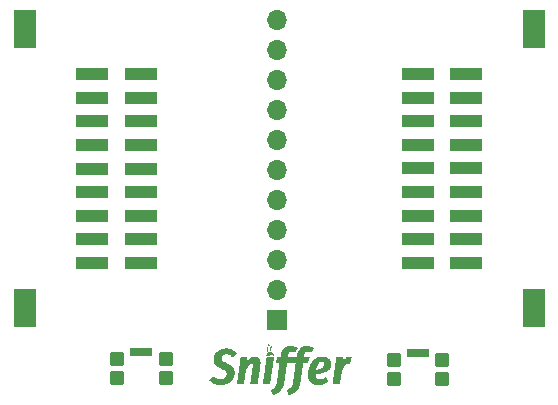
<source format=gbr>
%TF.GenerationSoftware,KiCad,Pcbnew,7.0.2*%
%TF.CreationDate,2023-12-17T17:40:20-05:00*%
%TF.ProjectId,AntSniffer,416e7453-6e69-4666-9665-722e6b696361,rev?*%
%TF.SameCoordinates,Original*%
%TF.FileFunction,Soldermask,Top*%
%TF.FilePolarity,Negative*%
%FSLAX46Y46*%
G04 Gerber Fmt 4.6, Leading zero omitted, Abs format (unit mm)*
G04 Created by KiCad (PCBNEW 7.0.2) date 2023-12-17 17:40:20*
%MOMM*%
%LPD*%
G01*
G04 APERTURE LIST*
G04 Aperture macros list*
%AMRoundRect*
0 Rectangle with rounded corners*
0 $1 Rounding radius*
0 $2 $3 $4 $5 $6 $7 $8 $9 X,Y pos of 4 corners*
0 Add a 4 corners polygon primitive as box body*
4,1,4,$2,$3,$4,$5,$6,$7,$8,$9,$2,$3,0*
0 Add four circle primitives for the rounded corners*
1,1,$1+$1,$2,$3*
1,1,$1+$1,$4,$5*
1,1,$1+$1,$6,$7*
1,1,$1+$1,$8,$9*
0 Add four rect primitives between the rounded corners*
20,1,$1+$1,$2,$3,$4,$5,0*
20,1,$1+$1,$4,$5,$6,$7,0*
20,1,$1+$1,$6,$7,$8,$9,0*
20,1,$1+$1,$8,$9,$2,$3,0*%
G04 Aperture macros list end*
%ADD10R,2.800000X1.100000*%
%ADD11R,1.900000X3.200000*%
%ADD12RoundRect,0.102000X-0.450000X-0.500000X0.450000X-0.500000X0.450000X0.500000X-0.450000X0.500000X0*%
%ADD13RoundRect,0.102000X-0.850000X-0.275000X0.850000X-0.275000X0.850000X0.275000X-0.850000X0.275000X0*%
%ADD14R,1.700000X1.700000*%
%ADD15O,1.700000X1.700000*%
G04 APERTURE END LIST*
%TO.C,G\u002A\u002A\u002A*%
G36*
X167691022Y-69566685D02*
G01*
X167747743Y-69566930D01*
X167799592Y-69567317D01*
X167845432Y-69567829D01*
X167884129Y-69568451D01*
X167914547Y-69569168D01*
X167935550Y-69569961D01*
X167945999Y-69570817D01*
X167946961Y-69571138D01*
X167946385Y-69577500D01*
X167944211Y-69595260D01*
X167940516Y-69623828D01*
X167935383Y-69662618D01*
X167928893Y-69711044D01*
X167921121Y-69768518D01*
X167912154Y-69834453D01*
X167902070Y-69908264D01*
X167890948Y-69989361D01*
X167878870Y-70077162D01*
X167865914Y-70171076D01*
X167852162Y-70270517D01*
X167837696Y-70374898D01*
X167822593Y-70483633D01*
X167806936Y-70596134D01*
X167791472Y-70707025D01*
X167633556Y-71838375D01*
X167317503Y-71839940D01*
X167247256Y-71840262D01*
X167188160Y-71840458D01*
X167139266Y-71840501D01*
X167099626Y-71840369D01*
X167068289Y-71840038D01*
X167044309Y-71839481D01*
X167026732Y-71838677D01*
X167014613Y-71837597D01*
X167007005Y-71836222D01*
X167002954Y-71834522D01*
X167001514Y-71832476D01*
X167001448Y-71831800D01*
X167002268Y-71825071D01*
X167004658Y-71807078D01*
X167008519Y-71778540D01*
X167013752Y-71740175D01*
X167020256Y-71692705D01*
X167027932Y-71636846D01*
X167036679Y-71573319D01*
X167046399Y-71502844D01*
X167056991Y-71426140D01*
X167068355Y-71343923D01*
X167080391Y-71256918D01*
X167092999Y-71165840D01*
X167106080Y-71071412D01*
X167119535Y-70974350D01*
X167133260Y-70875374D01*
X167147160Y-70775204D01*
X167161132Y-70674560D01*
X167175079Y-70574162D01*
X167188898Y-70474725D01*
X167202490Y-70376973D01*
X167215757Y-70281621D01*
X167228597Y-70189393D01*
X167240912Y-70101006D01*
X167252600Y-70017178D01*
X167263562Y-69938631D01*
X167273698Y-69866083D01*
X167282910Y-69800255D01*
X167291095Y-69741862D01*
X167298156Y-69691628D01*
X167303990Y-69650269D01*
X167308501Y-69618506D01*
X167311586Y-69597059D01*
X167313147Y-69586647D01*
X167313210Y-69586263D01*
X167316597Y-69566600D01*
X167630566Y-69566600D01*
X167691022Y-69566685D01*
G37*
G36*
X174357604Y-69507826D02*
G01*
X174361273Y-69507961D01*
X174399383Y-69510307D01*
X174437047Y-69514270D01*
X174471982Y-69519449D01*
X174501906Y-69525445D01*
X174524538Y-69531860D01*
X174537595Y-69538294D01*
X174538309Y-69538945D01*
X174537227Y-69545147D01*
X174532968Y-69561606D01*
X174525924Y-69587012D01*
X174516487Y-69620063D01*
X174505049Y-69659450D01*
X174492005Y-69703869D01*
X174477745Y-69752014D01*
X174462664Y-69802579D01*
X174447154Y-69854257D01*
X174431607Y-69905743D01*
X174416417Y-69955731D01*
X174401975Y-70002914D01*
X174388675Y-70045988D01*
X174376910Y-70083648D01*
X174367073Y-70114584D01*
X174359554Y-70137494D01*
X174354748Y-70151070D01*
X174353248Y-70154289D01*
X174345906Y-70154828D01*
X174329628Y-70153048D01*
X174307285Y-70149316D01*
X174294723Y-70146827D01*
X174231888Y-70137036D01*
X174173330Y-70134992D01*
X174118631Y-70141074D01*
X174067379Y-70155657D01*
X174019160Y-70179119D01*
X173973560Y-70211837D01*
X173930165Y-70254188D01*
X173888560Y-70306548D01*
X173848335Y-70369297D01*
X173809071Y-70442809D01*
X173770359Y-70527464D01*
X173731782Y-70623632D01*
X173711767Y-70677960D01*
X173680948Y-70763846D01*
X173608004Y-71297463D01*
X173597178Y-71376449D01*
X173586769Y-71452022D01*
X173576897Y-71523315D01*
X173567682Y-71589469D01*
X173559248Y-71649622D01*
X173551715Y-71702912D01*
X173545208Y-71748478D01*
X173539845Y-71785458D01*
X173535750Y-71812991D01*
X173533044Y-71830213D01*
X173531870Y-71836239D01*
X173525533Y-71837095D01*
X173508526Y-71837892D01*
X173482215Y-71838622D01*
X173447970Y-71839283D01*
X173407157Y-71839868D01*
X173361140Y-71840373D01*
X173311292Y-71840792D01*
X173258976Y-71841121D01*
X173205560Y-71841354D01*
X173152413Y-71841485D01*
X173100900Y-71841512D01*
X173052388Y-71841426D01*
X173008247Y-71841224D01*
X172969842Y-71840900D01*
X172938540Y-71840450D01*
X172915711Y-71839868D01*
X172902719Y-71839150D01*
X172900198Y-71838604D01*
X172901018Y-71832421D01*
X172903432Y-71814840D01*
X172907352Y-71786448D01*
X172912699Y-71747831D01*
X172919393Y-71699578D01*
X172927350Y-71642272D01*
X172936489Y-71576502D01*
X172946728Y-71502854D01*
X172957987Y-71421912D01*
X172970182Y-71334268D01*
X172983234Y-71240504D01*
X172997061Y-71141207D01*
X173011581Y-71036965D01*
X173026711Y-70928364D01*
X173042373Y-70815992D01*
X173057498Y-70707488D01*
X173073585Y-70592047D01*
X173089220Y-70479797D01*
X173104321Y-70371323D01*
X173118805Y-70267215D01*
X173132591Y-70168063D01*
X173145598Y-70074454D01*
X173157741Y-69986979D01*
X173168942Y-69906227D01*
X173179118Y-69832784D01*
X173188186Y-69767240D01*
X173196069Y-69710188D01*
X173202679Y-69662212D01*
X173207939Y-69623904D01*
X173211766Y-69595851D01*
X173214077Y-69578643D01*
X173214798Y-69572885D01*
X173220355Y-69571180D01*
X173237130Y-69569750D01*
X173265271Y-69568590D01*
X173304925Y-69567699D01*
X173356243Y-69567075D01*
X173419373Y-69566708D01*
X173487871Y-69566600D01*
X173760946Y-69566600D01*
X173756845Y-69764738D01*
X173752743Y-69962875D01*
X173779430Y-69913831D01*
X173833468Y-69823504D01*
X173891289Y-69744081D01*
X173952726Y-69675708D01*
X174017617Y-69618531D01*
X174085797Y-69572699D01*
X174157103Y-69538356D01*
X174223880Y-69517375D01*
X174248098Y-69512092D01*
X174270081Y-69508734D01*
X174293328Y-69507064D01*
X174321336Y-69506842D01*
X174357604Y-69507826D01*
G37*
G36*
X164031681Y-68809431D02*
G01*
X164153155Y-68824822D01*
X164268347Y-68850539D01*
X164377295Y-68886593D01*
X164480035Y-68933003D01*
X164576605Y-68989779D01*
X164667043Y-69056941D01*
X164751386Y-69134500D01*
X164751887Y-69135009D01*
X164804350Y-69188475D01*
X164633827Y-69361562D01*
X164463306Y-69534649D01*
X164418016Y-69495639D01*
X164344901Y-69438182D01*
X164270638Y-69390530D01*
X164196434Y-69353380D01*
X164127658Y-69328611D01*
X164060715Y-69313305D01*
X163989643Y-69304270D01*
X163918003Y-69301642D01*
X163849353Y-69305555D01*
X163788898Y-69315750D01*
X163727353Y-69335804D01*
X163671260Y-69364851D01*
X163621789Y-69401796D01*
X163580109Y-69445547D01*
X163547390Y-69495008D01*
X163524806Y-69549087D01*
X163519914Y-69567164D01*
X163510723Y-69628877D01*
X163512628Y-69687730D01*
X163525413Y-69742841D01*
X163548858Y-69793325D01*
X163582746Y-69838298D01*
X163588445Y-69844240D01*
X163615009Y-69868636D01*
X163646804Y-69893043D01*
X163684809Y-69918012D01*
X163730003Y-69944093D01*
X163783371Y-69971838D01*
X163845889Y-70001801D01*
X163918543Y-70034531D01*
X163955273Y-70050512D01*
X164038154Y-70087279D01*
X164110878Y-70121906D01*
X164175003Y-70155297D01*
X164232082Y-70188353D01*
X164283671Y-70221977D01*
X164331325Y-70257069D01*
X164376601Y-70294533D01*
X164377599Y-70295407D01*
X164438953Y-70355139D01*
X164490328Y-70418619D01*
X164532231Y-70486925D01*
X164565177Y-70561136D01*
X164589676Y-70642324D01*
X164606241Y-70731572D01*
X164612651Y-70790212D01*
X164615993Y-70898544D01*
X164608016Y-71005791D01*
X164589068Y-71110920D01*
X164559505Y-71212897D01*
X164519675Y-71310688D01*
X164469933Y-71403260D01*
X164410629Y-71489576D01*
X164350717Y-71559643D01*
X164269021Y-71637242D01*
X164179774Y-71705489D01*
X164083297Y-71764224D01*
X163979913Y-71813282D01*
X163869946Y-71852500D01*
X163753718Y-71881713D01*
X163693414Y-71892508D01*
X163666083Y-71896205D01*
X163631690Y-71900014D01*
X163593017Y-71903712D01*
X163552851Y-71907082D01*
X163513978Y-71909901D01*
X163479181Y-71911950D01*
X163451250Y-71913010D01*
X163434973Y-71912964D01*
X163422099Y-71912315D01*
X163400130Y-71911115D01*
X163372050Y-71909529D01*
X163340844Y-71907725D01*
X163338173Y-71907569D01*
X163211304Y-71894666D01*
X163090217Y-71871151D01*
X162974827Y-71837002D01*
X162865047Y-71792186D01*
X162760794Y-71736677D01*
X162708973Y-71703736D01*
X162666003Y-71673185D01*
X162621669Y-71638747D01*
X162578494Y-71602590D01*
X162539000Y-71566878D01*
X162505713Y-71533776D01*
X162488403Y-71514452D01*
X162461434Y-71482318D01*
X162567053Y-71380373D01*
X162602767Y-71345956D01*
X162641349Y-71308870D01*
X162680057Y-71271740D01*
X162716156Y-71237193D01*
X162746911Y-71207851D01*
X162752756Y-71202291D01*
X162832838Y-71126152D01*
X162878494Y-71168791D01*
X162958541Y-71236940D01*
X163040225Y-71293230D01*
X163124024Y-71337850D01*
X163210422Y-71370985D01*
X163299899Y-71392822D01*
X163392935Y-71403547D01*
X163483373Y-71403699D01*
X163554146Y-71397149D01*
X163617459Y-71384412D01*
X163676697Y-71364663D01*
X163715728Y-71347129D01*
X163775111Y-71311483D01*
X163825568Y-71267863D01*
X163866796Y-71216781D01*
X163898490Y-71158755D01*
X163920346Y-71094294D01*
X163932061Y-71023917D01*
X163934098Y-70977472D01*
X163930372Y-70922691D01*
X163919826Y-70868750D01*
X163903410Y-70819828D01*
X163893449Y-70798835D01*
X163872468Y-70766232D01*
X163844213Y-70733909D01*
X163808068Y-70701455D01*
X163763414Y-70668462D01*
X163709631Y-70634515D01*
X163646104Y-70599205D01*
X163572211Y-70562122D01*
X163487336Y-70522855D01*
X163459173Y-70510383D01*
X163349297Y-70459100D01*
X163251134Y-70406617D01*
X163164328Y-70352468D01*
X163088516Y-70296188D01*
X163023338Y-70237311D01*
X162968430Y-70175372D01*
X162923436Y-70109908D01*
X162887990Y-70040451D01*
X162861733Y-69966534D01*
X162844304Y-69887695D01*
X162835340Y-69803468D01*
X162834483Y-69713388D01*
X162834761Y-69705750D01*
X162844682Y-69602493D01*
X162865840Y-69502930D01*
X162897779Y-69407641D01*
X162940045Y-69317201D01*
X162992183Y-69232188D01*
X163053738Y-69153182D01*
X163124254Y-69080758D01*
X163203278Y-69015494D01*
X163290353Y-68957967D01*
X163385027Y-68908756D01*
X163486842Y-68868439D01*
X163496984Y-68865055D01*
X163593592Y-68837778D01*
X163692865Y-68818806D01*
X163797174Y-68807782D01*
X163903887Y-68804351D01*
X164031681Y-68809431D01*
G37*
G36*
X167537687Y-68469783D02*
G01*
X167553177Y-68474535D01*
X167565763Y-68485355D01*
X167577960Y-68501635D01*
X167586357Y-68522633D01*
X167588254Y-68548222D01*
X167583792Y-68573039D01*
X167575665Y-68588831D01*
X167554205Y-68608624D01*
X167529257Y-68619708D01*
X167506091Y-68620861D01*
X167494691Y-68620090D01*
X167485554Y-68623137D01*
X167477269Y-68631714D01*
X167468422Y-68647527D01*
X167457600Y-68672289D01*
X167451816Y-68686538D01*
X167436817Y-68725899D01*
X167426299Y-68759488D01*
X167419591Y-68791116D01*
X167416026Y-68824592D01*
X167414938Y-68863727D01*
X167415262Y-68895050D01*
X167416136Y-68930566D01*
X167417470Y-68957160D01*
X167419743Y-68978011D01*
X167423439Y-68996299D01*
X167429037Y-69015200D01*
X167436777Y-69037225D01*
X167449616Y-69070862D01*
X167462142Y-69100645D01*
X167473491Y-69124765D01*
X167482806Y-69141417D01*
X167489221Y-69148797D01*
X167490088Y-69149002D01*
X167497768Y-69147134D01*
X167513298Y-69142422D01*
X167530250Y-69136902D01*
X167551569Y-69130483D01*
X167570056Y-69126145D01*
X167579504Y-69124950D01*
X167584749Y-69124519D01*
X167588509Y-69122009D01*
X167591123Y-69115609D01*
X167592933Y-69103500D01*
X167594276Y-69083865D01*
X167595494Y-69054890D01*
X167596182Y-69035713D01*
X167597602Y-69001856D01*
X167599331Y-68970310D01*
X167601182Y-68944017D01*
X167602960Y-68925918D01*
X167603495Y-68922275D01*
X167607848Y-68904739D01*
X167615619Y-68880199D01*
X167625530Y-68852092D01*
X167636297Y-68823857D01*
X167646639Y-68798930D01*
X167655274Y-68780751D01*
X167657997Y-68776087D01*
X167663108Y-68765414D01*
X167661846Y-68754705D01*
X167657061Y-68743989D01*
X167650568Y-68718397D01*
X167655947Y-68692125D01*
X167673017Y-68665929D01*
X167688853Y-68651483D01*
X167706822Y-68644305D01*
X167719204Y-68642352D01*
X167750034Y-68643957D01*
X167775246Y-68655070D01*
X167793574Y-68673915D01*
X167803755Y-68698708D01*
X167804523Y-68727670D01*
X167797536Y-68752583D01*
X167785462Y-68771735D01*
X167766916Y-68784113D01*
X167739557Y-68791169D01*
X167734022Y-68791924D01*
X167720325Y-68794023D01*
X167711160Y-68797851D01*
X167704061Y-68805927D01*
X167696559Y-68820771D01*
X167689304Y-68837575D01*
X167675794Y-68871107D01*
X167666004Y-68900651D01*
X167659225Y-68929696D01*
X167654754Y-68961731D01*
X167651878Y-69000246D01*
X167650608Y-69028359D01*
X167647238Y-69116293D01*
X167694906Y-69126054D01*
X167724915Y-69132259D01*
X167745778Y-69136876D01*
X167760214Y-69140687D01*
X167770944Y-69144485D01*
X167780683Y-69149058D01*
X167788484Y-69153204D01*
X167839703Y-69186598D01*
X167884470Y-69227138D01*
X167921651Y-69273179D01*
X167950109Y-69323080D01*
X167968710Y-69375198D01*
X167976194Y-69424768D01*
X167977873Y-69460725D01*
X167926088Y-69462462D01*
X167874302Y-69464197D01*
X167871201Y-69441287D01*
X167866248Y-69422827D01*
X167856972Y-69400672D01*
X167850303Y-69388125D01*
X167836940Y-69368717D01*
X167821141Y-69354066D01*
X167798632Y-69340345D01*
X167794574Y-69338213D01*
X167757817Y-69323217D01*
X167724009Y-69318746D01*
X167690352Y-69324679D01*
X167669931Y-69332777D01*
X167634629Y-69355424D01*
X167608124Y-69386378D01*
X167590440Y-69425607D01*
X167589834Y-69427628D01*
X167579223Y-69463734D01*
X167533848Y-69464206D01*
X167510553Y-69464570D01*
X167491338Y-69465091D01*
X167480003Y-69465664D01*
X167479398Y-69465727D01*
X167470319Y-69465991D01*
X167451585Y-69465998D01*
X167425640Y-69465765D01*
X167394925Y-69465306D01*
X167383355Y-69465092D01*
X167296385Y-69463409D01*
X167300432Y-69431817D01*
X167310625Y-69378420D01*
X167326398Y-69330787D01*
X167344305Y-69295746D01*
X167354886Y-69278155D01*
X167362181Y-69264411D01*
X167364448Y-69258234D01*
X167368848Y-69250222D01*
X167372011Y-69247619D01*
X167379680Y-69240999D01*
X167392912Y-69228150D01*
X167409015Y-69211693D01*
X167411102Y-69209505D01*
X167442629Y-69176375D01*
X167426227Y-69151998D01*
X167417654Y-69136400D01*
X167406897Y-69112662D01*
X167395417Y-69084186D01*
X167385982Y-69058223D01*
X167362141Y-68988825D01*
X167362397Y-68882950D01*
X167362582Y-68844270D01*
X167363134Y-68814992D01*
X167364376Y-68792424D01*
X167366631Y-68773863D01*
X167370219Y-68756620D01*
X167375464Y-68737992D01*
X167382268Y-68716575D01*
X167392955Y-68686234D01*
X167405163Y-68655608D01*
X167416933Y-68629479D01*
X167421943Y-68619771D01*
X167433333Y-68597288D01*
X167439253Y-68578913D01*
X167441199Y-68558861D01*
X167441136Y-68545678D01*
X167441182Y-68524140D01*
X167443531Y-68510196D01*
X167449638Y-68499374D01*
X167459849Y-68488309D01*
X167472519Y-68476983D01*
X167484520Y-68471117D01*
X167500733Y-68468961D01*
X167514735Y-68468728D01*
X167537687Y-68469783D01*
G37*
G36*
X166407457Y-69499740D02*
G01*
X166477212Y-69512925D01*
X166542266Y-69535246D01*
X166601625Y-69566509D01*
X166654291Y-69606521D01*
X166699266Y-69655087D01*
X166702300Y-69659066D01*
X166741924Y-69721455D01*
X166773236Y-69791493D01*
X166795829Y-69867670D01*
X166809293Y-69948474D01*
X166813221Y-70032395D01*
X166812076Y-70065725D01*
X166810817Y-70078845D01*
X166807941Y-70103205D01*
X166803545Y-70138069D01*
X166797733Y-70182702D01*
X166790604Y-70236365D01*
X166782257Y-70298324D01*
X166772797Y-70367842D01*
X166762321Y-70444182D01*
X166750928Y-70526607D01*
X166738723Y-70614379D01*
X166725804Y-70706767D01*
X166712273Y-70803031D01*
X166698228Y-70902435D01*
X166687230Y-70979930D01*
X166672990Y-71080112D01*
X166659224Y-71177007D01*
X166646029Y-71269942D01*
X166633498Y-71358238D01*
X166621731Y-71441221D01*
X166610820Y-71518214D01*
X166600861Y-71588544D01*
X166591951Y-71651532D01*
X166584185Y-71706504D01*
X166577660Y-71752785D01*
X166572469Y-71789697D01*
X166568710Y-71816566D01*
X166566475Y-71832715D01*
X166565848Y-71837518D01*
X166559985Y-71838258D01*
X166543139Y-71838953D01*
X166516424Y-71839588D01*
X166480960Y-71840149D01*
X166437863Y-71840623D01*
X166388250Y-71840996D01*
X166333237Y-71841255D01*
X166273941Y-71841384D01*
X166247551Y-71841400D01*
X165929252Y-71841400D01*
X165932771Y-71821737D01*
X165934776Y-71809223D01*
X165938285Y-71785804D01*
X165943176Y-71752366D01*
X165949324Y-71709796D01*
X165956605Y-71658978D01*
X165964894Y-71600803D01*
X165974069Y-71536155D01*
X165984006Y-71465920D01*
X165994579Y-71390987D01*
X166005666Y-71312242D01*
X166017143Y-71230571D01*
X166028883Y-71146862D01*
X166040767Y-71062000D01*
X166052668Y-70976873D01*
X166064460Y-70892368D01*
X166076023Y-70809372D01*
X166087231Y-70728770D01*
X166097960Y-70651451D01*
X166108088Y-70578302D01*
X166117488Y-70510206D01*
X166126038Y-70448054D01*
X166133612Y-70392728D01*
X166140090Y-70345119D01*
X166145345Y-70306112D01*
X166149252Y-70276594D01*
X166151690Y-70257452D01*
X166152500Y-70250162D01*
X166153263Y-70212637D01*
X166150288Y-70174811D01*
X166144111Y-70140026D01*
X166135266Y-70111620D01*
X166128065Y-70097744D01*
X166103710Y-70071420D01*
X166073649Y-70055278D01*
X166039009Y-70049510D01*
X166000919Y-70054314D01*
X165962228Y-70069017D01*
X165924531Y-70093096D01*
X165884593Y-70128619D01*
X165842706Y-70175197D01*
X165799162Y-70232438D01*
X165754251Y-70299956D01*
X165708269Y-70377361D01*
X165661504Y-70464265D01*
X165652985Y-70480970D01*
X165615133Y-70555775D01*
X165526114Y-71197075D01*
X165437096Y-71838375D01*
X165121198Y-71839940D01*
X165051275Y-71840270D01*
X164992490Y-71840490D01*
X164943878Y-71840571D01*
X164904477Y-71840485D01*
X164873324Y-71840205D01*
X164849456Y-71839699D01*
X164831910Y-71838940D01*
X164819722Y-71837900D01*
X164811929Y-71836551D01*
X164807571Y-71834862D01*
X164805682Y-71832809D01*
X164805298Y-71830588D01*
X164806118Y-71823741D01*
X164808510Y-71805633D01*
X164812374Y-71776979D01*
X164817611Y-71738503D01*
X164824119Y-71690924D01*
X164831801Y-71634959D01*
X164840553Y-71571334D01*
X164850280Y-71500766D01*
X164860877Y-71423974D01*
X164872247Y-71341679D01*
X164884289Y-71254603D01*
X164896904Y-71163464D01*
X164909991Y-71068984D01*
X164923451Y-70971881D01*
X164937182Y-70872876D01*
X164951086Y-70772689D01*
X164965061Y-70672041D01*
X164979010Y-70571655D01*
X164992831Y-70472244D01*
X165006422Y-70374532D01*
X165019688Y-70279239D01*
X165032527Y-70187085D01*
X165044836Y-70098790D01*
X165056516Y-70015075D01*
X165067471Y-69936660D01*
X165077597Y-69864265D01*
X165086796Y-69798609D01*
X165094967Y-69740414D01*
X165102010Y-69690399D01*
X165107826Y-69649283D01*
X165112314Y-69617789D01*
X165115373Y-69596635D01*
X165116905Y-69586540D01*
X165116954Y-69586263D01*
X165120447Y-69566600D01*
X165391415Y-69566600D01*
X165447477Y-69566655D01*
X165499733Y-69566811D01*
X165546956Y-69567056D01*
X165587921Y-69567380D01*
X165621404Y-69567771D01*
X165646178Y-69568219D01*
X165661018Y-69568711D01*
X165664903Y-69569113D01*
X165665438Y-69575627D01*
X165665529Y-69592456D01*
X165665200Y-69617825D01*
X165664481Y-69649960D01*
X165663399Y-69687079D01*
X165662841Y-69703725D01*
X165661523Y-69746203D01*
X165660508Y-69787989D01*
X165659840Y-69826370D01*
X165659564Y-69858631D01*
X165659727Y-69882060D01*
X165659816Y-69885445D01*
X165661373Y-69935064D01*
X165706748Y-69873629D01*
X165765052Y-69800586D01*
X165827333Y-69733491D01*
X165892261Y-69673462D01*
X165958509Y-69621616D01*
X166024742Y-69579071D01*
X166089632Y-69546945D01*
X166101370Y-69542237D01*
X166179960Y-69516940D01*
X166257835Y-69501554D01*
X166333999Y-69495886D01*
X166407457Y-69499740D01*
G37*
G36*
X172113206Y-69497082D02*
G01*
X172214454Y-69506479D01*
X172311992Y-69524767D01*
X172404159Y-69552131D01*
X172414824Y-69556049D01*
X172489269Y-69589779D01*
X172558463Y-69632586D01*
X172621244Y-69683309D01*
X172676450Y-69740791D01*
X172722917Y-69803869D01*
X172759488Y-69871386D01*
X172777826Y-69918390D01*
X172796796Y-69993575D01*
X172806229Y-70073812D01*
X172806309Y-70156953D01*
X172797224Y-70240849D01*
X172779159Y-70323354D01*
X172752300Y-70402317D01*
X172732153Y-70446875D01*
X172694143Y-70513388D01*
X172649256Y-70573734D01*
X172596445Y-70628884D01*
X172534666Y-70679814D01*
X172462883Y-70727493D01*
X172385948Y-70769917D01*
X172266983Y-70824901D01*
X172138257Y-70874023D01*
X172000745Y-70917013D01*
X171855414Y-70953598D01*
X171703239Y-70983503D01*
X171545191Y-71006458D01*
X171540460Y-71007025D01*
X171478448Y-71014421D01*
X171478448Y-71042380D01*
X171480983Y-71092606D01*
X171488089Y-71145194D01*
X171499008Y-71196659D01*
X171512982Y-71243512D01*
X171529255Y-71282268D01*
X171531376Y-71286303D01*
X171550551Y-71314264D01*
X171577210Y-71343333D01*
X171607634Y-71370041D01*
X171638108Y-71390919D01*
X171650209Y-71397199D01*
X171699376Y-71414373D01*
X171756108Y-71425112D01*
X171817659Y-71429307D01*
X171881282Y-71426857D01*
X171944229Y-71417653D01*
X171977573Y-71409676D01*
X172042705Y-71388083D01*
X172112824Y-71358253D01*
X172185397Y-71321428D01*
X172257883Y-71278847D01*
X172296377Y-71253707D01*
X172314312Y-71242018D01*
X172328410Y-71233695D01*
X172335660Y-71230513D01*
X172335702Y-71230515D01*
X172339675Y-71235560D01*
X172348820Y-71249664D01*
X172362289Y-71271384D01*
X172379238Y-71299279D01*
X172398816Y-71331910D01*
X172420182Y-71367836D01*
X172442484Y-71405619D01*
X172464879Y-71443813D01*
X172486518Y-71480983D01*
X172506558Y-71515686D01*
X172524149Y-71546482D01*
X172538446Y-71571930D01*
X172548601Y-71590592D01*
X172553769Y-71601023D01*
X172554215Y-71602308D01*
X172550334Y-71610486D01*
X172537211Y-71623471D01*
X172516255Y-71640334D01*
X172488879Y-71660147D01*
X172456495Y-71681984D01*
X172420517Y-71704918D01*
X172382354Y-71728023D01*
X172343418Y-71750367D01*
X172305123Y-71771027D01*
X172272367Y-71787415D01*
X172210181Y-71814495D01*
X172140777Y-71840181D01*
X172069033Y-71862850D01*
X171999829Y-71880884D01*
X171974548Y-71886318D01*
X171943950Y-71891666D01*
X171906687Y-71896991D01*
X171865599Y-71902008D01*
X171823519Y-71906433D01*
X171783286Y-71909979D01*
X171747739Y-71912362D01*
X171719713Y-71913294D01*
X171708348Y-71913078D01*
X171696420Y-71912335D01*
X171675489Y-71910926D01*
X171648618Y-71909058D01*
X171621951Y-71907165D01*
X171515140Y-71894334D01*
X171415099Y-71871793D01*
X171322112Y-71839776D01*
X171236466Y-71798515D01*
X171158442Y-71748246D01*
X171088326Y-71689200D01*
X171026401Y-71621613D01*
X170972954Y-71545720D01*
X170928266Y-71461751D01*
X170892623Y-71369942D01*
X170870386Y-71289157D01*
X170857236Y-71217205D01*
X170848284Y-71136144D01*
X170843520Y-71048210D01*
X170842932Y-70955637D01*
X170846507Y-70860659D01*
X170854236Y-70765512D01*
X170866104Y-70672428D01*
X170873891Y-70625677D01*
X170879346Y-70599749D01*
X171516014Y-70599749D01*
X171516459Y-70607714D01*
X171521057Y-70611972D01*
X171531682Y-70613060D01*
X171550206Y-70611517D01*
X171578500Y-70607883D01*
X171585396Y-70606965D01*
X171690244Y-70589426D01*
X171784651Y-70565993D01*
X171868788Y-70536590D01*
X171942825Y-70501140D01*
X172006932Y-70459565D01*
X172061277Y-70411791D01*
X172090312Y-70378812D01*
X172129263Y-70322588D01*
X172156713Y-70265795D01*
X172173213Y-70206804D01*
X172179318Y-70143985D01*
X172178959Y-70117150D01*
X172173357Y-70066180D01*
X172160890Y-70024486D01*
X172141013Y-69991034D01*
X172113183Y-69964781D01*
X172092523Y-69952093D01*
X172071155Y-69944700D01*
X172041357Y-69939433D01*
X172006642Y-69936506D01*
X171970526Y-69936133D01*
X171936526Y-69938529D01*
X171918104Y-69941487D01*
X171880589Y-69952861D01*
X171840073Y-69971076D01*
X171801336Y-69993712D01*
X171772949Y-70014992D01*
X171739541Y-70049000D01*
X171705495Y-70093341D01*
X171671806Y-70146354D01*
X171639462Y-70206382D01*
X171609462Y-70271770D01*
X171590539Y-70319432D01*
X171580722Y-70348034D01*
X171569397Y-70384602D01*
X171557393Y-70426066D01*
X171545546Y-70469354D01*
X171534688Y-70511398D01*
X171525651Y-70549127D01*
X171519266Y-70579469D01*
X171517851Y-70587537D01*
X171516014Y-70599749D01*
X170879346Y-70599749D01*
X170896732Y-70517125D01*
X170925369Y-70410397D01*
X170959050Y-70307645D01*
X170997027Y-70211015D01*
X171038550Y-70122654D01*
X171068514Y-70068242D01*
X171126224Y-69979228D01*
X171191620Y-69894105D01*
X171262943Y-69814779D01*
X171338436Y-69743161D01*
X171416343Y-69681161D01*
X171439961Y-69664697D01*
X171520719Y-69617039D01*
X171609384Y-69576977D01*
X171704294Y-69544696D01*
X171803790Y-69520382D01*
X171906214Y-69504217D01*
X172009906Y-69496390D01*
X172113206Y-69497082D01*
G37*
G36*
X169462069Y-68601680D02*
G01*
X169494970Y-68604417D01*
X169568804Y-68615621D01*
X169644871Y-68632812D01*
X169717680Y-68654639D01*
X169754960Y-68668376D01*
X169785813Y-68681710D01*
X169820695Y-68698472D01*
X169856668Y-68717081D01*
X169890800Y-68735963D01*
X169920157Y-68753535D01*
X169941804Y-68768224D01*
X169944480Y-68770298D01*
X169961207Y-68783637D01*
X169851344Y-68967907D01*
X169825754Y-69010747D01*
X169802032Y-69050308D01*
X169780910Y-69085376D01*
X169763119Y-69114747D01*
X169749389Y-69137213D01*
X169740453Y-69151567D01*
X169737115Y-69156550D01*
X169730208Y-69155865D01*
X169715090Y-69150520D01*
X169694260Y-69141478D01*
X169678433Y-69133874D01*
X169646592Y-69119667D01*
X169609475Y-69105574D01*
X169573679Y-69094043D01*
X169563623Y-69091304D01*
X169535192Y-69084457D01*
X169511348Y-69080130D01*
X169487869Y-69077912D01*
X169460523Y-69077394D01*
X169427498Y-69078090D01*
X169381003Y-69080773D01*
X169343687Y-69086291D01*
X169312772Y-69095599D01*
X169285484Y-69109652D01*
X169259045Y-69129407D01*
X169246765Y-69140335D01*
X169210838Y-69181671D01*
X169181269Y-69233229D01*
X169158108Y-69294909D01*
X169143566Y-69354850D01*
X169140659Y-69371290D01*
X169136755Y-69395239D01*
X169132227Y-69424178D01*
X169127449Y-69455583D01*
X169122800Y-69486934D01*
X169118652Y-69515711D01*
X169115381Y-69539392D01*
X169113363Y-69555454D01*
X169112898Y-69560883D01*
X169118852Y-69562094D01*
X169136341Y-69563181D01*
X169164799Y-69564134D01*
X169203660Y-69564945D01*
X169252356Y-69565605D01*
X169310324Y-69566104D01*
X169376998Y-69566437D01*
X169451812Y-69566591D01*
X169478248Y-69566600D01*
X169843600Y-69566600D01*
X169847078Y-69546938D01*
X169849081Y-69534147D01*
X169852286Y-69511998D01*
X169856319Y-69483129D01*
X169860813Y-69450183D01*
X169863047Y-69433500D01*
X169868194Y-69396316D01*
X169873710Y-69358847D01*
X169879033Y-69324792D01*
X169883596Y-69297856D01*
X169884806Y-69291325D01*
X169910055Y-69189479D01*
X169945639Y-69092916D01*
X169991177Y-69002374D01*
X170046287Y-68918589D01*
X170110592Y-68842294D01*
X170123505Y-68829023D01*
X170191112Y-68768765D01*
X170265019Y-68717803D01*
X170345917Y-68675789D01*
X170434502Y-68642372D01*
X170531469Y-68617204D01*
X170554396Y-68612664D01*
X170588590Y-68607912D01*
X170631658Y-68604461D01*
X170680735Y-68602310D01*
X170732959Y-68601460D01*
X170785466Y-68601911D01*
X170835394Y-68603665D01*
X170879878Y-68606718D01*
X170916056Y-68611074D01*
X170924873Y-68612639D01*
X171023832Y-68636163D01*
X171113347Y-68666226D01*
X171145221Y-68679486D01*
X171174483Y-68693162D01*
X171205963Y-68709204D01*
X171237364Y-68726294D01*
X171266387Y-68743110D01*
X171290734Y-68758333D01*
X171308106Y-68770645D01*
X171315017Y-68776981D01*
X171316214Y-68780856D01*
X171314968Y-68787726D01*
X171310762Y-68798568D01*
X171303083Y-68814362D01*
X171291411Y-68836087D01*
X171275232Y-68864726D01*
X171254029Y-68901256D01*
X171227285Y-68946656D01*
X171212157Y-68972175D01*
X171186635Y-69015139D01*
X171163080Y-69054731D01*
X171142201Y-69089768D01*
X171124704Y-69119064D01*
X171111298Y-69141435D01*
X171102691Y-69155693D01*
X171099611Y-69160639D01*
X171093659Y-69159242D01*
X171080063Y-69153263D01*
X171061760Y-69143995D01*
X171061639Y-69143931D01*
X170987556Y-69110247D01*
X170913319Y-69088303D01*
X170837716Y-69077785D01*
X170801964Y-69076699D01*
X170748710Y-69079133D01*
X170704387Y-69086696D01*
X170666617Y-69100222D01*
X170633021Y-69120549D01*
X170603286Y-69146432D01*
X170578313Y-69174941D01*
X170557072Y-69207677D01*
X170538996Y-69246131D01*
X170523518Y-69291790D01*
X170510068Y-69346137D01*
X170498084Y-69410667D01*
X170494955Y-69430475D01*
X170489678Y-69464897D01*
X170484800Y-69496512D01*
X170480719Y-69522756D01*
X170477834Y-69541060D01*
X170476879Y-69546938D01*
X170473598Y-69566600D01*
X170716377Y-69566600D01*
X170779217Y-69566673D01*
X170830864Y-69566912D01*
X170872225Y-69567344D01*
X170904204Y-69567999D01*
X170927708Y-69568904D01*
X170943644Y-69570089D01*
X170952916Y-69571581D01*
X170956433Y-69573411D01*
X170956460Y-69574163D01*
X170954163Y-69581491D01*
X170948789Y-69599088D01*
X170940736Y-69625634D01*
X170930400Y-69659811D01*
X170918186Y-69700298D01*
X170904488Y-69745774D01*
X170889708Y-69794920D01*
X170887893Y-69800959D01*
X170822023Y-70020192D01*
X170618520Y-70020271D01*
X170415020Y-70020350D01*
X170411297Y-70046063D01*
X170410027Y-70055159D01*
X170407220Y-70075507D01*
X170402979Y-70106366D01*
X170397399Y-70147001D01*
X170390586Y-70196675D01*
X170382640Y-70254648D01*
X170373660Y-70320184D01*
X170363750Y-70392545D01*
X170353010Y-70470995D01*
X170341541Y-70554793D01*
X170329445Y-70643201D01*
X170316820Y-70735486D01*
X170303771Y-70830908D01*
X170301682Y-70846175D01*
X170288372Y-70943303D01*
X170275308Y-71038232D01*
X170262604Y-71130149D01*
X170250375Y-71218241D01*
X170238734Y-71301694D01*
X170227799Y-71379695D01*
X170217683Y-71451434D01*
X170208500Y-71516095D01*
X170200365Y-71572866D01*
X170193393Y-71620933D01*
X170187699Y-71659485D01*
X170183398Y-71687710D01*
X170180603Y-71704792D01*
X170180515Y-71705275D01*
X170153670Y-71831296D01*
X170120165Y-71947723D01*
X170079636Y-72055296D01*
X170031721Y-72154754D01*
X169976055Y-72246838D01*
X169912273Y-72332286D01*
X169840013Y-72411835D01*
X169825940Y-72425718D01*
X169772151Y-72474679D01*
X169714844Y-72520199D01*
X169652152Y-72563524D01*
X169582202Y-72605908D01*
X169503127Y-72648599D01*
X169460773Y-72669868D01*
X169426932Y-72686154D01*
X169390264Y-72703204D01*
X169352570Y-72720243D01*
X169315652Y-72736495D01*
X169281313Y-72751184D01*
X169251356Y-72763536D01*
X169227582Y-72772774D01*
X169211796Y-72778124D01*
X169206714Y-72779150D01*
X169202510Y-72773393D01*
X169194882Y-72756273D01*
X169183914Y-72728004D01*
X169169681Y-72688802D01*
X169152267Y-72638886D01*
X169131752Y-72578471D01*
X169121845Y-72548870D01*
X169105172Y-72498653D01*
X169089851Y-72452121D01*
X169076275Y-72410501D01*
X169064840Y-72375016D01*
X169055935Y-72346892D01*
X169049957Y-72327352D01*
X169047299Y-72317621D01*
X169047229Y-72316757D01*
X169053293Y-72313578D01*
X169067834Y-72306531D01*
X169088349Y-72296825D01*
X169101979Y-72290458D01*
X169155444Y-72263750D01*
X169209130Y-72233579D01*
X169259396Y-72202132D01*
X169302599Y-72171593D01*
X169311266Y-72164839D01*
X169365536Y-72113986D01*
X169413737Y-72052829D01*
X169455749Y-71981603D01*
X169491454Y-71900538D01*
X169520730Y-71809870D01*
X169542417Y-71715379D01*
X169544348Y-71703643D01*
X169547778Y-71681040D01*
X169552590Y-71648411D01*
X169558665Y-71606594D01*
X169565886Y-71556428D01*
X169574135Y-71498754D01*
X169583297Y-71434408D01*
X169593252Y-71364233D01*
X169603886Y-71289066D01*
X169615077Y-71209749D01*
X169626712Y-71127118D01*
X169638670Y-71042015D01*
X169650836Y-70955277D01*
X169663091Y-70867746D01*
X169675320Y-70780259D01*
X169687402Y-70693657D01*
X169699223Y-70608778D01*
X169710664Y-70526465D01*
X169721607Y-70447552D01*
X169731937Y-70372881D01*
X169741533Y-70303291D01*
X169750280Y-70239621D01*
X169758062Y-70182712D01*
X169764758Y-70133401D01*
X169770254Y-70092529D01*
X169774430Y-70060934D01*
X169777170Y-70039459D01*
X169778356Y-70028937D01*
X169778398Y-70028177D01*
X169776011Y-70025623D01*
X169768056Y-70023656D01*
X169753338Y-70022212D01*
X169730663Y-70021228D01*
X169698833Y-70020638D01*
X169656656Y-70020378D01*
X169633198Y-70020350D01*
X169587508Y-70020295D01*
X169552509Y-70020058D01*
X169526793Y-70019538D01*
X169508950Y-70018630D01*
X169497571Y-70017234D01*
X169491247Y-70015246D01*
X169488568Y-70012564D01*
X169488104Y-70009763D01*
X169489041Y-69999381D01*
X169491465Y-69980304D01*
X169494946Y-69955779D01*
X169497073Y-69941700D01*
X169501616Y-69910504D01*
X169504458Y-69887231D01*
X169505508Y-69872976D01*
X169504668Y-69868833D01*
X169503051Y-69872125D01*
X169500534Y-69879975D01*
X169495248Y-69896928D01*
X169487955Y-69920518D01*
X169479423Y-69948276D01*
X169479121Y-69949263D01*
X169457330Y-70020350D01*
X169255344Y-70020350D01*
X169053358Y-70020350D01*
X169049994Y-70036988D01*
X169048776Y-70044917D01*
X169046022Y-70064119D01*
X169041827Y-70093879D01*
X169036292Y-70133482D01*
X169029514Y-70182212D01*
X169021596Y-70239356D01*
X169012633Y-70304197D01*
X169002725Y-70376018D01*
X168991971Y-70454108D01*
X168980469Y-70537749D01*
X168968319Y-70626223D01*
X168955618Y-70718820D01*
X168942467Y-70814825D01*
X168937498Y-70851130D01*
X168920827Y-70972844D01*
X168905665Y-71083234D01*
X168891911Y-71182968D01*
X168879461Y-71272714D01*
X168868214Y-71353137D01*
X168858064Y-71424908D01*
X168848909Y-71488692D01*
X168840648Y-71545160D01*
X168833175Y-71594976D01*
X168826389Y-71638813D01*
X168820189Y-71677332D01*
X168814469Y-71711207D01*
X168809127Y-71741100D01*
X168804060Y-71767683D01*
X168799165Y-71791623D01*
X168794342Y-71813587D01*
X168789483Y-71834243D01*
X168784488Y-71854259D01*
X168780626Y-71869116D01*
X168745094Y-71982894D01*
X168700140Y-72091100D01*
X168646291Y-72192925D01*
X168584063Y-72287565D01*
X168513982Y-72374207D01*
X168436569Y-72452047D01*
X168366892Y-72509564D01*
X168316142Y-72545063D01*
X168255949Y-72582738D01*
X168188494Y-72621418D01*
X168115962Y-72659930D01*
X168040535Y-72697105D01*
X167964396Y-72731768D01*
X167910809Y-72754332D01*
X167837045Y-72784261D01*
X167761071Y-72556341D01*
X167744399Y-72506175D01*
X167728993Y-72459521D01*
X167715260Y-72417644D01*
X167703611Y-72381806D01*
X167694458Y-72353271D01*
X167688208Y-72333302D01*
X167685272Y-72323159D01*
X167685098Y-72322221D01*
X167690239Y-72317431D01*
X167704328Y-72308630D01*
X167725369Y-72296960D01*
X167751368Y-72283568D01*
X167758846Y-72279871D01*
X167840132Y-72236568D01*
X167910628Y-72191129D01*
X167971266Y-72142339D01*
X168022971Y-72088980D01*
X168066675Y-72029839D01*
X168103306Y-71963703D01*
X168133796Y-71889354D01*
X168159072Y-71805578D01*
X168175230Y-71735525D01*
X168177575Y-71722179D01*
X168181459Y-71697612D01*
X168186773Y-71662584D01*
X168193407Y-71617861D01*
X168201254Y-71564205D01*
X168210200Y-71502380D01*
X168220140Y-71433151D01*
X168230960Y-71357280D01*
X168242553Y-71275531D01*
X168254810Y-71188667D01*
X168267622Y-71097453D01*
X168280877Y-71002653D01*
X168294467Y-70905030D01*
X168299278Y-70870375D01*
X168312821Y-70772742D01*
X168325949Y-70678172D01*
X168338558Y-70587380D01*
X168350552Y-70501087D01*
X168361826Y-70420008D01*
X168372285Y-70344864D01*
X168381824Y-70276371D01*
X168390347Y-70215251D01*
X168397751Y-70162221D01*
X168403939Y-70118000D01*
X168408807Y-70083305D01*
X168412257Y-70058856D01*
X168414189Y-70045370D01*
X168414526Y-70043145D01*
X168418176Y-70020565D01*
X168270571Y-70018945D01*
X168122966Y-70017325D01*
X168154847Y-69793475D01*
X168162043Y-69742951D01*
X168168686Y-69696334D01*
X168174585Y-69654950D01*
X168179552Y-69620122D01*
X168183398Y-69593172D01*
X168185935Y-69575426D01*
X168186975Y-69568205D01*
X168186988Y-69568113D01*
X168192839Y-69567695D01*
X168209144Y-69567320D01*
X168234257Y-69567007D01*
X168266533Y-69566773D01*
X168304326Y-69566633D01*
X168334478Y-69566600D01*
X168481707Y-69566600D01*
X168500842Y-69428158D01*
X168514022Y-69341770D01*
X168528526Y-69265642D01*
X168544977Y-69197945D01*
X168564006Y-69136861D01*
X168586237Y-69080564D01*
X168612302Y-69027234D01*
X168642826Y-68975046D01*
X168671955Y-68931350D01*
X168697996Y-68897721D01*
X168730951Y-68860488D01*
X168767757Y-68822732D01*
X168805350Y-68787532D01*
X168840666Y-68757970D01*
X168854762Y-68747496D01*
X168923272Y-68705155D01*
X169000013Y-68668573D01*
X169082008Y-68638953D01*
X169166276Y-68617501D01*
X169185498Y-68613878D01*
X169233311Y-68607325D01*
X169288983Y-68602705D01*
X169348405Y-68600139D01*
X169407470Y-68599755D01*
X169462069Y-68601680D01*
G37*
%TD*%
D10*
%TO.C,CN1*%
X152577800Y-45580800D03*
X156687800Y-45580800D03*
X152577800Y-47580800D03*
X156687800Y-47580800D03*
X152577800Y-49580800D03*
X156687800Y-49580800D03*
X152577800Y-51580800D03*
X156687800Y-51580800D03*
X152577800Y-53580800D03*
X156687800Y-53580800D03*
X152577800Y-55580800D03*
X156687800Y-55580800D03*
X152577800Y-57580800D03*
X156687800Y-57580800D03*
X152577800Y-59580800D03*
X156687800Y-59580800D03*
X152577800Y-61580800D03*
X156687800Y-61580800D03*
D11*
X146827800Y-65360800D03*
X146827800Y-41800800D03*
%TD*%
D12*
%TO.C,S1*%
X158768000Y-69710400D03*
X158768000Y-71310400D03*
X154668000Y-71310400D03*
X154668000Y-69710400D03*
D13*
X156718000Y-69085400D03*
%TD*%
D12*
%TO.C,S2*%
X182212200Y-69785400D03*
X182212200Y-71385400D03*
X178112200Y-71385400D03*
X178112200Y-69785400D03*
D13*
X180162200Y-69160400D03*
%TD*%
D10*
%TO.C,CN2*%
X184222900Y-61568600D03*
X180112900Y-61568600D03*
X184222900Y-59568600D03*
X180112900Y-59568600D03*
X184222900Y-57568600D03*
X180112900Y-57568600D03*
X184222900Y-55568600D03*
X180112900Y-55568600D03*
X184222900Y-53568600D03*
X180112900Y-53568600D03*
X184222900Y-51568600D03*
X180112900Y-51568600D03*
X184222900Y-49568600D03*
X180112900Y-49568600D03*
X184222900Y-47568600D03*
X180112900Y-47568600D03*
X184222900Y-45568600D03*
X180112900Y-45568600D03*
D11*
X189972900Y-41788600D03*
X189972900Y-65348600D03*
%TD*%
D14*
%TO.C,J1*%
X168173400Y-66395600D03*
D15*
X168173400Y-63855600D03*
X168173400Y-61315600D03*
X168173400Y-58775600D03*
X168173400Y-56235600D03*
X168173400Y-53695600D03*
X168173400Y-51155600D03*
X168173400Y-48615600D03*
X168173400Y-46075600D03*
X168173400Y-43535600D03*
X168173400Y-40995600D03*
%TD*%
M02*

</source>
